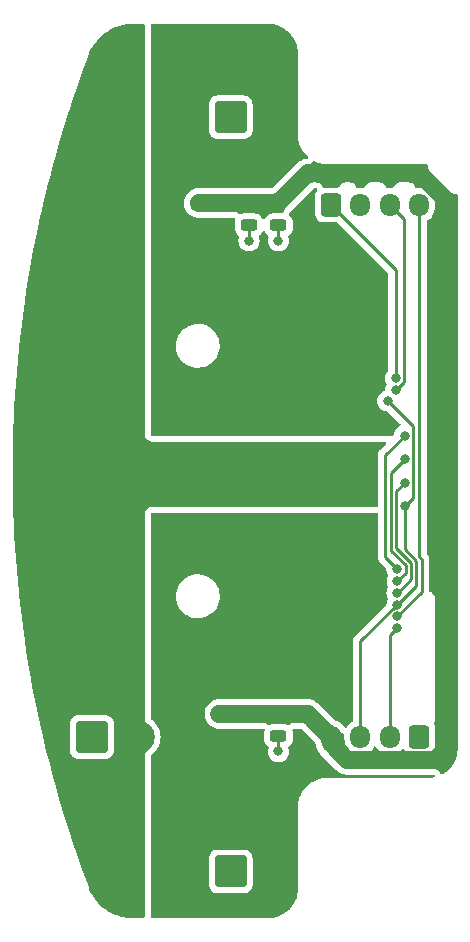
<source format=gbr>
%TF.GenerationSoftware,KiCad,Pcbnew,7.0.6*%
%TF.CreationDate,2024-02-11T17:46:38+09:00*%
%TF.ProjectId,MotorDriver_DRV8874_20240201,4d6f746f-7244-4726-9976-65725f445256,rev?*%
%TF.SameCoordinates,Original*%
%TF.FileFunction,Copper,L2,Bot*%
%TF.FilePolarity,Positive*%
%FSLAX46Y46*%
G04 Gerber Fmt 4.6, Leading zero omitted, Abs format (unit mm)*
G04 Created by KiCad (PCBNEW 7.0.6) date 2024-02-11 17:46:38*
%MOMM*%
%LPD*%
G01*
G04 APERTURE LIST*
G04 Aperture macros list*
%AMRoundRect*
0 Rectangle with rounded corners*
0 $1 Rounding radius*
0 $2 $3 $4 $5 $6 $7 $8 $9 X,Y pos of 4 corners*
0 Add a 4 corners polygon primitive as box body*
4,1,4,$2,$3,$4,$5,$6,$7,$8,$9,$2,$3,0*
0 Add four circle primitives for the rounded corners*
1,1,$1+$1,$2,$3*
1,1,$1+$1,$4,$5*
1,1,$1+$1,$6,$7*
1,1,$1+$1,$8,$9*
0 Add four rect primitives between the rounded corners*
20,1,$1+$1,$2,$3,$4,$5,0*
20,1,$1+$1,$4,$5,$6,$7,0*
20,1,$1+$1,$6,$7,$8,$9,0*
20,1,$1+$1,$8,$9,$2,$3,0*%
G04 Aperture macros list end*
%TA.AperFunction,ComponentPad*%
%ADD10RoundRect,0.250001X1.099999X-1.099999X1.099999X1.099999X-1.099999X1.099999X-1.099999X-1.099999X0*%
%TD*%
%TA.AperFunction,ComponentPad*%
%ADD11C,2.700000*%
%TD*%
%TA.AperFunction,ComponentPad*%
%ADD12RoundRect,0.250000X-0.600000X-0.725000X0.600000X-0.725000X0.600000X0.725000X-0.600000X0.725000X0*%
%TD*%
%TA.AperFunction,ComponentPad*%
%ADD13O,1.700000X1.950000*%
%TD*%
%TA.AperFunction,ComponentPad*%
%ADD14RoundRect,0.250000X0.600000X0.725000X-0.600000X0.725000X-0.600000X-0.725000X0.600000X-0.725000X0*%
%TD*%
%TA.AperFunction,ComponentPad*%
%ADD15RoundRect,0.250001X-1.099999X-1.099999X1.099999X-1.099999X1.099999X1.099999X-1.099999X1.099999X0*%
%TD*%
%TA.AperFunction,SMDPad,CuDef*%
%ADD16RoundRect,0.243750X-0.456250X0.243750X-0.456250X-0.243750X0.456250X-0.243750X0.456250X0.243750X0*%
%TD*%
%TA.AperFunction,ViaPad*%
%ADD17C,0.800000*%
%TD*%
%TA.AperFunction,Conductor*%
%ADD18C,1.500000*%
%TD*%
%TA.AperFunction,Conductor*%
%ADD19C,0.250000*%
%TD*%
G04 APERTURE END LIST*
D10*
%TO.P,M2,1,Pin_1*%
%TO.N,OUT1-2*%
X96452585Y-128342867D03*
D11*
%TO.P,M2,2,Pin_2*%
%TO.N,OUT2-2*%
X96452585Y-124382867D03*
%TD*%
D12*
%TO.P,J4,1,Pin_1*%
%TO.N,PH-1*%
X104925000Y-71912500D03*
D13*
%TO.P,J4,2,Pin_2*%
%TO.N,unconnected-(J4-Pin_2-Pad2)*%
X107425000Y-71912500D03*
%TO.P,J4,3,Pin_3*%
%TO.N,EN-1*%
X109925000Y-71912500D03*
%TO.P,J4,4,Pin_4*%
%TO.N,PH-2*%
X112425000Y-71912500D03*
%TD*%
D14*
%TO.P,J5,1,Pin_1*%
%TO.N,unconnected-(J5-Pin_1-Pad1)*%
X112425000Y-116962500D03*
D13*
%TO.P,J5,2,Pin_2*%
%TO.N,EN-2*%
X109925000Y-116962500D03*
%TO.P,J5,3,Pin_3*%
%TO.N,SLEEP-1*%
X107425000Y-116962500D03*
%TO.P,J5,4,Pin_4*%
%TO.N,GND*%
X104925000Y-116962500D03*
%TD*%
D15*
%TO.P,VIN,1,Pin_1*%
%TO.N,VIN*%
X84695000Y-116962133D03*
D11*
%TO.P,VIN,2,Pin_2*%
%TO.N,GND*%
X88655000Y-116962133D03*
%TD*%
D10*
%TO.P,M1,1,Pin_1*%
%TO.N,OUT1-1*%
X96452585Y-64492133D03*
D11*
%TO.P,M1,2,Pin_2*%
%TO.N,OUT2-1*%
X96452585Y-60532133D03*
%TD*%
D16*
%TO.P,PWR,1,K*%
%TO.N,GND*%
X100500000Y-115000000D03*
%TO.P,PWR,2,A*%
%TO.N,Net-(D2-A)*%
X100500000Y-116875000D03*
%TD*%
%TO.P,M2,1,K*%
%TO.N,GND*%
X100500000Y-71750000D03*
%TO.P,M2,2,A*%
%TO.N,Net-(D4-A)*%
X100500000Y-73625000D03*
%TD*%
%TO.P,M1,1,K*%
%TO.N,GND*%
X98000000Y-71750000D03*
%TO.P,M1,2,A*%
%TO.N,Net-(D3-A)*%
X98000000Y-73625000D03*
%TD*%
D17*
%TO.N,GND*%
X114500000Y-89937500D03*
X95500000Y-115000000D03*
X85500000Y-94437500D03*
X87750000Y-71750000D03*
X93750000Y-71750000D03*
%TO.N,Net-(D2-A)*%
X100500000Y-118187500D03*
%TO.N,Net-(D3-A)*%
X98000000Y-74937500D03*
%TO.N,Net-(D4-A)*%
X100500000Y-74937500D03*
%TO.N,PH-1*%
X110425000Y-86587133D03*
%TO.N,EN-1*%
X110425000Y-87587133D03*
%TO.N,PH-2*%
X110537500Y-106747861D03*
%TO.N,EN-2*%
X110537500Y-107747364D03*
%TO.N,OUT2-1*%
X104812500Y-79337133D03*
X99812500Y-82337133D03*
X100812500Y-81337133D03*
X102812500Y-79337133D03*
X98812500Y-78337133D03*
X104812500Y-78337133D03*
X98812500Y-79337133D03*
X98812500Y-81337133D03*
X101812500Y-80337133D03*
X103812500Y-80337133D03*
X102812500Y-80337133D03*
X100812500Y-82337133D03*
X103812500Y-78337133D03*
X99812500Y-79337133D03*
X99812500Y-78337133D03*
X97812500Y-80337133D03*
X104812500Y-80337133D03*
X97812500Y-78337133D03*
X97812500Y-81337133D03*
X98812500Y-80337133D03*
X99812500Y-81337133D03*
X97812500Y-79337133D03*
X100812500Y-78337133D03*
X100812500Y-80337133D03*
X102812500Y-78337133D03*
X100812500Y-79337133D03*
X101812500Y-78337133D03*
X99812500Y-80337133D03*
X103812500Y-79337133D03*
X98812500Y-82337133D03*
X101812500Y-79337133D03*
X97812500Y-82337133D03*
%TO.N,OUT2-2*%
X103812500Y-99337133D03*
X102812500Y-99337133D03*
X97812500Y-103337133D03*
X100812500Y-103337133D03*
X98812500Y-102337133D03*
X104812500Y-99337133D03*
X104812500Y-101337133D03*
X100812500Y-99337133D03*
X97812500Y-99337133D03*
X102812500Y-101337133D03*
X100812500Y-100337133D03*
X101812500Y-101337133D03*
X97812500Y-100337133D03*
X100812500Y-102337133D03*
X98812500Y-101337133D03*
X99812500Y-101337133D03*
X98812500Y-103337133D03*
X104812500Y-100337133D03*
X98812500Y-100337133D03*
X98812500Y-99337133D03*
X99812500Y-103337133D03*
X99812500Y-100337133D03*
X97812500Y-101337133D03*
X101812500Y-99337133D03*
X102812500Y-100337133D03*
X99812500Y-99337133D03*
X99812500Y-102337133D03*
X101812500Y-100337133D03*
X103812500Y-101337133D03*
X100812500Y-101337133D03*
X103812500Y-100337133D03*
X97812500Y-102337133D03*
%TO.N,Net-(U2-IPROPI)*%
X111175000Y-93437500D03*
X110549799Y-103749432D03*
%TO.N,SLEEP-1*%
X109750000Y-88500000D03*
X110537502Y-105748359D03*
X111175000Y-97437500D03*
%TO.N,VREF-2*%
X110537354Y-104748857D03*
X111175000Y-95437500D03*
%TO.N,IMODE-2*%
X111175000Y-91437500D03*
X110537500Y-102737133D03*
%TD*%
D18*
%TO.N,GND*%
X112433084Y-69250000D02*
X114500000Y-71316916D01*
X104925000Y-116962500D02*
X102962500Y-115000000D01*
X100500000Y-71750000D02*
X103000000Y-69250000D01*
X114500000Y-71316916D02*
X114500000Y-89937500D01*
X103000000Y-69250000D02*
X112433084Y-69250000D01*
X102962500Y-115000000D02*
X100500000Y-115000000D01*
X98000000Y-71750000D02*
X93750000Y-71750000D01*
X113757624Y-118887500D02*
X106325862Y-118887500D01*
X114500000Y-89937500D02*
X114500000Y-118145124D01*
X114500000Y-118145124D02*
X113757624Y-118887500D01*
X100500000Y-115000000D02*
X95500000Y-115000000D01*
X98000000Y-71750000D02*
X100500000Y-71750000D01*
X106325862Y-118887500D02*
X104925000Y-117486638D01*
X104925000Y-117486638D02*
X104925000Y-116962500D01*
D19*
%TO.N,Net-(D2-A)*%
X100500000Y-118187500D02*
X100500000Y-116875000D01*
%TO.N,Net-(D3-A)*%
X98000000Y-74937500D02*
X98000000Y-73625000D01*
%TO.N,Net-(D4-A)*%
X100500000Y-74937500D02*
X100500000Y-73625000D01*
%TO.N,PH-1*%
X110425000Y-77412500D02*
X104925000Y-71912500D01*
X110425000Y-86587133D02*
X110425000Y-77412500D01*
%TO.N,EN-1*%
X110425000Y-87587133D02*
X110450305Y-87587133D01*
X111150000Y-73137500D02*
X109925000Y-71912500D01*
X110450305Y-87587133D02*
X111150000Y-86887438D01*
X111150000Y-86887438D02*
X111150000Y-73137500D01*
%TO.N,PH-2*%
X110563305Y-106747861D02*
X110537500Y-106747861D01*
X112425000Y-71912500D02*
X112425000Y-101690140D01*
X112425000Y-101690140D02*
X112612500Y-101877640D01*
X112612500Y-104698666D02*
X110563305Y-106747861D01*
X112612500Y-101877640D02*
X112612500Y-104698666D01*
%TO.N,EN-2*%
X109925000Y-108359864D02*
X110537500Y-107747364D01*
X109925000Y-116962500D02*
X109925000Y-108359864D01*
%TO.N,Net-(U2-IPROPI)*%
X110000000Y-101174328D02*
X110000000Y-94612500D01*
X111262500Y-102436828D02*
X110000000Y-101174328D01*
X110549799Y-103749432D02*
X111262500Y-103036731D01*
X110000000Y-94612500D02*
X111175000Y-93437500D01*
X111262500Y-103036731D02*
X111262500Y-102436828D01*
%TO.N,SLEEP-1*%
X109750000Y-88500000D02*
X111900000Y-90650000D01*
X110537502Y-105748359D02*
X110537502Y-105737135D01*
X112162500Y-102064036D02*
X112162500Y-104149016D01*
X110537502Y-105737135D02*
X110537500Y-105737133D01*
X112162500Y-104149016D02*
X110563157Y-105748359D01*
X111900000Y-90650000D02*
X111900000Y-96712500D01*
X110511697Y-105748359D02*
X110537502Y-105748359D01*
X111900000Y-96712500D02*
X111175000Y-97437500D01*
X111175000Y-101076536D02*
X112162500Y-102064036D01*
X107425000Y-116962500D02*
X107425000Y-108835056D01*
X107425000Y-108835056D02*
X110511697Y-105748359D01*
X111175000Y-97437500D02*
X111175000Y-101076536D01*
X110563157Y-105748359D02*
X110537502Y-105748359D01*
%TO.N,VREF-2*%
X111712500Y-102250432D02*
X110450000Y-100987932D01*
X110450000Y-100987932D02*
X110450000Y-96162500D01*
X110575679Y-104748857D02*
X111712500Y-103612036D01*
X111712500Y-103612036D02*
X111712500Y-102250432D01*
X110450000Y-96162500D02*
X111175000Y-95437500D01*
X110537354Y-104748857D02*
X110575679Y-104748857D01*
%TO.N,IMODE-2*%
X109550000Y-101749633D02*
X109550000Y-93062500D01*
X110537500Y-102737133D02*
X109550000Y-101749633D01*
X109550000Y-93062500D02*
X111175000Y-91437500D01*
%TD*%
%TA.AperFunction,Conductor*%
%TO.N,OUT2-2*%
G36*
X108867539Y-97981818D02*
G01*
X108913294Y-98034622D01*
X108924500Y-98086133D01*
X108924500Y-101666888D01*
X108922775Y-101682505D01*
X108923061Y-101682532D01*
X108922326Y-101690298D01*
X108924500Y-101759447D01*
X108924500Y-101788976D01*
X108924501Y-101788993D01*
X108925368Y-101795864D01*
X108925826Y-101801683D01*
X108927290Y-101848257D01*
X108927291Y-101848260D01*
X108932880Y-101867500D01*
X108936824Y-101886544D01*
X108939336Y-101906425D01*
X108955278Y-101946690D01*
X108956490Y-101949752D01*
X108958382Y-101955280D01*
X108971381Y-102000021D01*
X108981580Y-102017267D01*
X108990138Y-102034736D01*
X108997514Y-102053365D01*
X109024898Y-102091056D01*
X109028106Y-102095940D01*
X109051827Y-102136049D01*
X109051833Y-102136057D01*
X109065990Y-102150213D01*
X109078628Y-102165009D01*
X109090405Y-102181219D01*
X109090406Y-102181220D01*
X109126309Y-102210921D01*
X109130620Y-102214843D01*
X109567960Y-102652184D01*
X109598538Y-102682762D01*
X109632023Y-102744085D01*
X109634178Y-102757481D01*
X109642468Y-102836360D01*
X109651826Y-102925389D01*
X109651827Y-102925392D01*
X109710318Y-103105410D01*
X109710321Y-103105417D01*
X109760271Y-103191932D01*
X109776744Y-103259832D01*
X109760272Y-103315931D01*
X109722619Y-103381148D01*
X109687233Y-103490057D01*
X109664125Y-103561176D01*
X109644339Y-103749432D01*
X109664125Y-103937688D01*
X109664126Y-103937691D01*
X109722617Y-104117709D01*
X109722620Y-104117716D01*
X109756481Y-104176365D01*
X109772954Y-104244266D01*
X109756482Y-104300364D01*
X109710174Y-104380572D01*
X109651681Y-104560597D01*
X109651680Y-104560601D01*
X109640269Y-104669173D01*
X109631996Y-104747891D01*
X109631894Y-104748857D01*
X109651680Y-104937113D01*
X109651681Y-104937116D01*
X109710172Y-105117134D01*
X109710175Y-105117141D01*
X109750355Y-105186735D01*
X109766828Y-105254636D01*
X109750356Y-105310734D01*
X109710322Y-105380075D01*
X109651829Y-105560098D01*
X109651829Y-105560099D01*
X109651828Y-105560103D01*
X109645229Y-105622884D01*
X109637210Y-105699175D01*
X109610625Y-105763789D01*
X109601570Y-105773893D01*
X107041208Y-108334255D01*
X107028951Y-108344076D01*
X107029134Y-108344297D01*
X107023123Y-108349269D01*
X106975772Y-108399692D01*
X106954889Y-108420575D01*
X106954877Y-108420588D01*
X106950621Y-108426073D01*
X106946837Y-108430503D01*
X106914937Y-108464474D01*
X106914936Y-108464476D01*
X106905284Y-108482032D01*
X106894610Y-108498282D01*
X106882329Y-108514117D01*
X106882324Y-108514124D01*
X106863815Y-108556894D01*
X106861245Y-108562140D01*
X106838803Y-108602962D01*
X106833822Y-108622363D01*
X106827521Y-108640766D01*
X106819562Y-108659158D01*
X106819561Y-108659161D01*
X106812271Y-108705183D01*
X106811087Y-108710902D01*
X106799501Y-108756028D01*
X106799500Y-108756038D01*
X106799500Y-108776072D01*
X106797973Y-108795471D01*
X106794840Y-108815250D01*
X106794840Y-108815251D01*
X106799225Y-108861639D01*
X106799500Y-108867477D01*
X106799500Y-115562273D01*
X106779815Y-115629312D01*
X106746623Y-115663848D01*
X106553597Y-115799005D01*
X106386508Y-115966094D01*
X106276574Y-116123096D01*
X106221997Y-116166721D01*
X106152498Y-116173913D01*
X106090144Y-116142391D01*
X106073424Y-116123095D01*
X105963494Y-115966097D01*
X105796402Y-115799006D01*
X105796395Y-115799001D01*
X105602834Y-115663467D01*
X105602830Y-115663465D01*
X105550500Y-115639063D01*
X105388663Y-115563597D01*
X105388659Y-115563596D01*
X105388657Y-115563595D01*
X105292222Y-115537755D01*
X105236635Y-115505661D01*
X103898856Y-114167882D01*
X103894219Y-114162693D01*
X103870007Y-114132332D01*
X103818531Y-114087359D01*
X103815497Y-114084523D01*
X103807029Y-114076055D01*
X103774681Y-114049049D01*
X103700496Y-113984235D01*
X103696741Y-113981991D01*
X103680873Y-113970732D01*
X103677519Y-113967932D01*
X103677518Y-113967931D01*
X103677513Y-113967927D01*
X103610114Y-113929685D01*
X103591840Y-113919316D01*
X103507264Y-113868785D01*
X103507261Y-113868783D01*
X103503169Y-113867248D01*
X103485544Y-113859002D01*
X103481745Y-113856846D01*
X103388753Y-113824307D01*
X103296529Y-113789694D01*
X103296519Y-113789691D01*
X103292223Y-113788912D01*
X103273418Y-113783949D01*
X103269284Y-113782502D01*
X103269279Y-113782501D01*
X103171972Y-113767089D01*
X103075050Y-113749500D01*
X103075047Y-113749500D01*
X103070672Y-113749500D01*
X103051269Y-113747972D01*
X103046960Y-113747289D01*
X102948478Y-113749500D01*
X100612547Y-113749500D01*
X95443845Y-113749500D01*
X95405399Y-113752960D01*
X95275813Y-113764622D01*
X95275807Y-113764623D01*
X95058839Y-113824503D01*
X95058826Y-113824508D01*
X94856033Y-113922167D01*
X94856025Y-113922171D01*
X94673927Y-114054473D01*
X94673925Y-114054474D01*
X94518366Y-114217176D01*
X94394363Y-114405033D01*
X94305899Y-114612004D01*
X94305895Y-114612017D01*
X94255810Y-114831457D01*
X94255808Y-114831468D01*
X94245710Y-115056325D01*
X94245710Y-115056330D01*
X94275925Y-115279387D01*
X94275926Y-115279390D01*
X94345483Y-115493465D01*
X94452146Y-115691678D01*
X94452148Y-115691681D01*
X94592489Y-115867663D01*
X94592491Y-115867664D01*
X94592492Y-115867666D01*
X94762004Y-116015765D01*
X94955236Y-116131215D01*
X95115716Y-116191444D01*
X95165976Y-116210307D01*
X95387450Y-116250500D01*
X95387453Y-116250500D01*
X99214150Y-116250500D01*
X99281189Y-116270185D01*
X99326944Y-116322989D01*
X99336888Y-116392147D01*
X99331856Y-116413504D01*
X99309913Y-116479723D01*
X99299500Y-116581644D01*
X99299500Y-117168355D01*
X99309913Y-117270276D01*
X99364637Y-117435422D01*
X99364642Y-117435433D01*
X99455971Y-117583499D01*
X99455974Y-117583503D01*
X99578996Y-117706525D01*
X99579001Y-117706529D01*
X99604705Y-117722383D01*
X99651431Y-117774330D01*
X99662654Y-117843292D01*
X99657541Y-117866240D01*
X99625405Y-117965146D01*
X99614326Y-117999244D01*
X99600466Y-118131121D01*
X99595639Y-118177048D01*
X99594540Y-118187500D01*
X99614326Y-118375756D01*
X99614327Y-118375759D01*
X99672818Y-118555777D01*
X99672821Y-118555784D01*
X99767467Y-118719716D01*
X99893908Y-118860143D01*
X99894129Y-118860388D01*
X100047265Y-118971648D01*
X100047270Y-118971651D01*
X100220192Y-119048642D01*
X100220197Y-119048644D01*
X100405354Y-119088000D01*
X100405355Y-119088000D01*
X100594644Y-119088000D01*
X100594646Y-119088000D01*
X100779803Y-119048644D01*
X100952730Y-118971651D01*
X101105871Y-118860388D01*
X101232533Y-118719716D01*
X101327179Y-118555784D01*
X101385674Y-118375756D01*
X101405460Y-118187500D01*
X101385674Y-117999244D01*
X101342457Y-117866239D01*
X101340463Y-117796399D01*
X101376543Y-117736566D01*
X101395294Y-117722383D01*
X101414032Y-117710826D01*
X101421003Y-117706526D01*
X101544026Y-117583503D01*
X101635362Y-117435425D01*
X101690087Y-117270275D01*
X101700500Y-117168348D01*
X101700500Y-116581652D01*
X101690087Y-116479725D01*
X101668144Y-116413504D01*
X101665742Y-116343675D01*
X101701474Y-116283634D01*
X101763995Y-116252441D01*
X101785850Y-116250500D01*
X102393164Y-116250500D01*
X102460203Y-116270185D01*
X102480845Y-116286819D01*
X103593162Y-117399137D01*
X103625255Y-117454723D01*
X103651097Y-117551162D01*
X103670442Y-117592648D01*
X103681779Y-117636711D01*
X103684903Y-117683045D01*
X103684903Y-117683050D01*
X103685972Y-117687290D01*
X103689230Y-117706462D01*
X103689623Y-117710828D01*
X103715835Y-117805803D01*
X103739903Y-117901319D01*
X103741715Y-117905308D01*
X103748340Y-117923582D01*
X103749504Y-117927800D01*
X103749507Y-117927808D01*
X103792253Y-118016573D01*
X103832993Y-118106264D01*
X103832994Y-118106267D01*
X103835483Y-118109859D01*
X103845269Y-118126664D01*
X103847166Y-118130603D01*
X103847174Y-118130617D01*
X103905078Y-118210314D01*
X103961180Y-118291293D01*
X103964273Y-118294386D01*
X103976907Y-118309177D01*
X103979478Y-118312716D01*
X103979481Y-118312719D01*
X104050679Y-118380791D01*
X105389504Y-119719616D01*
X105394141Y-119724804D01*
X105418354Y-119755166D01*
X105469829Y-119800139D01*
X105472862Y-119802974D01*
X105481333Y-119811445D01*
X105481337Y-119811449D01*
X105481341Y-119811452D01*
X105513679Y-119838449D01*
X105587863Y-119903263D01*
X105591612Y-119905503D01*
X105607486Y-119916765D01*
X105610843Y-119919568D01*
X105696521Y-119968183D01*
X105781098Y-120018715D01*
X105785189Y-120020250D01*
X105802817Y-120028496D01*
X105806617Y-120030653D01*
X105899039Y-120062993D01*
X105899608Y-120063192D01*
X105988792Y-120096664D01*
X105991838Y-120097807D01*
X105994427Y-120098276D01*
X105996136Y-120098587D01*
X106014951Y-120103553D01*
X106019079Y-120104998D01*
X106116388Y-120120409D01*
X106116389Y-120120410D01*
X106213312Y-120138000D01*
X106213315Y-120138000D01*
X106217690Y-120138000D01*
X106237093Y-120139528D01*
X106238800Y-120139797D01*
X106241402Y-120140210D01*
X106339864Y-120138000D01*
X113617275Y-120138000D01*
X113684314Y-120157685D01*
X113730069Y-120210489D01*
X113740013Y-120279647D01*
X113710988Y-120343203D01*
X113652210Y-120380977D01*
X113641463Y-120383618D01*
X113622106Y-120387468D01*
X113488788Y-120411895D01*
X113481661Y-120412778D01*
X113267500Y-120426807D01*
X113177406Y-120432254D01*
X113173664Y-120432367D01*
X104667137Y-120432367D01*
X104665870Y-120431995D01*
X104662232Y-120432234D01*
X104658170Y-120432367D01*
X104640511Y-120432367D01*
X104640321Y-120432385D01*
X104501333Y-120432390D01*
X104316656Y-120454821D01*
X104313242Y-120455140D01*
X104237891Y-120460087D01*
X104219040Y-120466678D01*
X104201050Y-120468863D01*
X104201040Y-120468865D01*
X103985104Y-120522095D01*
X103982363Y-120522705D01*
X103923419Y-120534432D01*
X103911872Y-120540148D01*
X103907339Y-120541265D01*
X103907329Y-120541268D01*
X103651801Y-120638185D01*
X103627603Y-120646399D01*
X103627814Y-120646800D01*
X103624499Y-120648539D01*
X103624496Y-120648541D01*
X103356648Y-120789124D01*
X103356637Y-120789130D01*
X103353439Y-120791064D01*
X103353397Y-120790995D01*
X103352254Y-120791667D01*
X103350467Y-120793389D01*
X103107693Y-120960967D01*
X103092723Y-120974229D01*
X103092015Y-120974774D01*
X103091784Y-120975061D01*
X102908512Y-121137425D01*
X102908512Y-121137426D01*
X102881286Y-121161545D01*
X102881274Y-121161558D01*
X102857150Y-121188788D01*
X102857144Y-121188793D01*
X102694765Y-121372079D01*
X102694556Y-121372209D01*
X102693940Y-121373009D01*
X102680677Y-121387979D01*
X102680671Y-121387987D01*
X102513102Y-121630747D01*
X102511818Y-121631787D01*
X102510703Y-121633685D01*
X102510771Y-121633726D01*
X102508834Y-121636929D01*
X102366507Y-121908096D01*
X102366106Y-121907885D01*
X102357886Y-121932098D01*
X102260971Y-122187620D01*
X102259853Y-122192155D01*
X102254662Y-122201066D01*
X102242413Y-122262635D01*
X102241803Y-122265377D01*
X102188568Y-122481324D01*
X102186382Y-122499322D01*
X102180058Y-122514012D01*
X102174841Y-122593548D01*
X102174521Y-122596966D01*
X102152091Y-122781616D01*
X102152085Y-122932767D01*
X102152085Y-122938437D01*
X102151952Y-122942496D01*
X102151629Y-122947414D01*
X102152085Y-122949877D01*
X102152085Y-129790995D01*
X102151972Y-129794736D01*
X102146169Y-129890740D01*
X102132492Y-130099393D01*
X102131609Y-130106517D01*
X102106982Y-130240936D01*
X102073623Y-130408676D01*
X102072006Y-130415029D01*
X102028908Y-130553358D01*
X101976389Y-130708088D01*
X101974216Y-130713607D01*
X101913330Y-130848903D01*
X101842306Y-130992933D01*
X101839757Y-130997588D01*
X101762776Y-131124935D01*
X101761269Y-131127306D01*
X101673493Y-131258675D01*
X101670747Y-131262468D01*
X101578502Y-131380213D01*
X101576310Y-131382857D01*
X101472545Y-131501180D01*
X101469770Y-131504142D01*
X101363851Y-131610061D01*
X101360890Y-131612835D01*
X101242573Y-131716596D01*
X101239929Y-131718788D01*
X101122189Y-131811031D01*
X101118396Y-131813778D01*
X100987012Y-131901565D01*
X100984641Y-131903073D01*
X100857296Y-131980053D01*
X100852641Y-131982601D01*
X100708623Y-132053621D01*
X100573341Y-132114503D01*
X100567822Y-132116676D01*
X100413054Y-132169209D01*
X100297756Y-132205134D01*
X100274754Y-132212301D01*
X100268406Y-132213917D01*
X100240432Y-132219480D01*
X100100652Y-132247279D01*
X99966245Y-132271904D01*
X99959118Y-132272787D01*
X99748046Y-132286614D01*
X99654744Y-132292254D01*
X99651003Y-132292367D01*
X89799000Y-132292367D01*
X89731961Y-132272682D01*
X89686206Y-132219878D01*
X89675000Y-132168367D01*
X89675000Y-129492882D01*
X94602085Y-129492882D01*
X94612585Y-129595662D01*
X94612586Y-129595663D01*
X94667771Y-129762202D01*
X94667772Y-129762204D01*
X94759871Y-129911518D01*
X94759874Y-129911522D01*
X94883929Y-130035577D01*
X94883933Y-130035580D01*
X95033247Y-130127679D01*
X95033249Y-130127680D01*
X95033251Y-130127681D01*
X95199788Y-130182866D01*
X95302577Y-130193367D01*
X95302582Y-130193367D01*
X97602588Y-130193367D01*
X97602593Y-130193367D01*
X97705382Y-130182866D01*
X97871919Y-130127681D01*
X98021240Y-130035578D01*
X98145296Y-129911522D01*
X98237399Y-129762201D01*
X98292584Y-129595664D01*
X98303085Y-129492875D01*
X98303085Y-127192859D01*
X98292584Y-127090070D01*
X98237399Y-126923533D01*
X98145296Y-126774212D01*
X98021240Y-126650156D01*
X98021236Y-126650153D01*
X97871922Y-126558054D01*
X97871920Y-126558053D01*
X97788650Y-126530460D01*
X97705382Y-126502868D01*
X97705380Y-126502867D01*
X97602600Y-126492367D01*
X97602593Y-126492367D01*
X95302577Y-126492367D01*
X95302569Y-126492367D01*
X95199789Y-126502867D01*
X95199788Y-126502868D01*
X95033249Y-126558053D01*
X95033247Y-126558054D01*
X94883933Y-126650153D01*
X94883929Y-126650156D01*
X94759874Y-126774211D01*
X94759871Y-126774215D01*
X94667772Y-126923529D01*
X94667771Y-126923531D01*
X94612586Y-127090070D01*
X94612585Y-127090071D01*
X94602085Y-127192851D01*
X94602085Y-129492882D01*
X89675000Y-129492882D01*
X89675000Y-118572200D01*
X89694685Y-118505161D01*
X89724684Y-118472938D01*
X89869915Y-118364220D01*
X90057087Y-118177048D01*
X90215716Y-117965144D01*
X90342574Y-117732822D01*
X90435077Y-117484811D01*
X90491343Y-117226159D01*
X90510227Y-116962133D01*
X90491343Y-116698107D01*
X90435077Y-116439455D01*
X90342574Y-116191444D01*
X90333001Y-116173913D01*
X90215719Y-115959127D01*
X90215714Y-115959119D01*
X90057093Y-115747225D01*
X90057077Y-115747207D01*
X89869925Y-115560055D01*
X89869919Y-115560050D01*
X89869915Y-115560046D01*
X89818104Y-115521261D01*
X89724689Y-115451330D01*
X89682818Y-115395396D01*
X89675000Y-115352063D01*
X89675000Y-105105263D01*
X91816477Y-105105263D01*
X91846103Y-105374513D01*
X91846105Y-105374524D01*
X91894621Y-105560100D01*
X91914618Y-105636588D01*
X92020560Y-105885890D01*
X92092688Y-106004075D01*
X92161669Y-106117105D01*
X92161676Y-106117115D01*
X92334943Y-106325319D01*
X92334949Y-106325324D01*
X92536688Y-106506082D01*
X92762600Y-106655544D01*
X93007866Y-106770520D01*
X93007873Y-106770522D01*
X93007875Y-106770523D01*
X93267247Y-106848557D01*
X93267254Y-106848558D01*
X93267259Y-106848560D01*
X93535251Y-106888000D01*
X93535256Y-106888000D01*
X93738326Y-106888000D01*
X93789823Y-106884230D01*
X93940846Y-106873177D01*
X94053448Y-106848093D01*
X94205236Y-106814282D01*
X94205238Y-106814281D01*
X94205243Y-106814280D01*
X94458248Y-106717514D01*
X94694467Y-106584941D01*
X94908867Y-106419388D01*
X95096876Y-106224381D01*
X95254489Y-106004079D01*
X95372836Y-105773893D01*
X95378339Y-105763190D01*
X95378341Y-105763184D01*
X95378346Y-105763175D01*
X95465808Y-105506805D01*
X95515009Y-105240433D01*
X95524902Y-104969735D01*
X95495276Y-104700482D01*
X95426762Y-104438412D01*
X95320820Y-104189110D01*
X95179708Y-103957890D01*
X95090437Y-103850619D01*
X95006436Y-103749680D01*
X95006430Y-103749675D01*
X94804692Y-103568918D01*
X94578782Y-103419457D01*
X94578780Y-103419456D01*
X94333514Y-103304480D01*
X94333509Y-103304478D01*
X94333504Y-103304476D01*
X94074132Y-103226442D01*
X94074118Y-103226439D01*
X93958481Y-103209421D01*
X93806129Y-103187000D01*
X93603059Y-103187000D01*
X93603054Y-103187000D01*
X93400534Y-103201823D01*
X93400521Y-103201825D01*
X93136143Y-103260717D01*
X93136136Y-103260720D01*
X92883129Y-103357487D01*
X92646916Y-103490057D01*
X92432512Y-103655612D01*
X92244512Y-103850609D01*
X92244506Y-103850616D01*
X92086892Y-104070919D01*
X92086889Y-104070924D01*
X91963040Y-104311809D01*
X91963033Y-104311827D01*
X91875574Y-104568185D01*
X91875571Y-104568199D01*
X91851139Y-104700475D01*
X91842203Y-104748856D01*
X91826371Y-104834568D01*
X91826370Y-104834575D01*
X91816477Y-105105263D01*
X89675000Y-105105263D01*
X89675000Y-98086133D01*
X89694685Y-98019094D01*
X89747489Y-97973339D01*
X89799000Y-97962133D01*
X108800500Y-97962133D01*
X108867539Y-97981818D01*
G37*
%TD.AperFunction*%
%TD*%
%TA.AperFunction,Conductor*%
%TO.N,OUT2-1*%
G36*
X99654453Y-56582746D02*
G01*
X99752806Y-56588694D01*
X99958818Y-56602185D01*
X99965926Y-56603066D01*
X100103024Y-56628189D01*
X100268073Y-56661019D01*
X100274409Y-56662632D01*
X100414395Y-56706253D01*
X100442456Y-56715778D01*
X100567465Y-56758213D01*
X100572958Y-56760375D01*
X100709536Y-56821844D01*
X100852267Y-56892232D01*
X100856894Y-56894765D01*
X100985311Y-56972396D01*
X100987633Y-56973872D01*
X101118006Y-57060985D01*
X101121774Y-57063715D01*
X101240414Y-57156663D01*
X101243036Y-57158838D01*
X101360456Y-57261813D01*
X101363418Y-57264587D01*
X101470124Y-57371295D01*
X101472899Y-57374257D01*
X101575865Y-57491668D01*
X101578056Y-57494312D01*
X101670992Y-57612936D01*
X101673739Y-57616729D01*
X101760810Y-57747042D01*
X101762317Y-57749412D01*
X101784535Y-57786164D01*
X101839943Y-57877822D01*
X101842478Y-57882452D01*
X101868626Y-57935475D01*
X101912870Y-58025197D01*
X101974321Y-58161739D01*
X101976494Y-58167258D01*
X102028445Y-58320300D01*
X102072069Y-58460302D01*
X102073686Y-58466655D01*
X102106524Y-58631748D01*
X102131632Y-58768770D01*
X102132516Y-58775896D01*
X102145871Y-58979681D01*
X102151971Y-59080562D01*
X102152084Y-59084305D01*
X102152085Y-65890752D01*
X102152066Y-65890816D01*
X102152066Y-65922475D01*
X102151436Y-65924618D01*
X102151934Y-65932212D01*
X102152066Y-65936262D01*
X102152068Y-66093380D01*
X102174488Y-66278005D01*
X102174807Y-66281427D01*
X102179744Y-66356800D01*
X102186350Y-66375692D01*
X102188534Y-66393672D01*
X102188535Y-66393680D01*
X102241761Y-66609621D01*
X102242371Y-66612362D01*
X102254101Y-66671325D01*
X102259814Y-66682863D01*
X102260930Y-66687390D01*
X102357833Y-66942899D01*
X102366062Y-66967138D01*
X102366464Y-66966928D01*
X102508788Y-67238100D01*
X102510725Y-67241304D01*
X102510656Y-67241345D01*
X102511330Y-67242492D01*
X102513053Y-67244279D01*
X102680631Y-67487053D01*
X102693890Y-67502019D01*
X102694436Y-67502727D01*
X102694723Y-67502959D01*
X102881231Y-67713482D01*
X102907518Y-67736770D01*
X102964762Y-67787484D01*
X103001889Y-67846673D01*
X103001121Y-67916539D01*
X102962703Y-67974898D01*
X102898832Y-68003223D01*
X102890877Y-68004018D01*
X102803590Y-68009903D01*
X102799349Y-68010972D01*
X102780176Y-68014230D01*
X102775808Y-68014623D01*
X102680834Y-68040835D01*
X102585319Y-68064902D01*
X102581322Y-68066718D01*
X102563059Y-68073339D01*
X102558834Y-68074505D01*
X102470064Y-68117253D01*
X102380369Y-68157995D01*
X102376775Y-68160486D01*
X102359971Y-68170271D01*
X102356031Y-68172168D01*
X102356028Y-68172170D01*
X102276323Y-68230078D01*
X102195349Y-68286177D01*
X102195343Y-68286182D01*
X102192239Y-68289286D01*
X102177465Y-68301903D01*
X102173928Y-68304473D01*
X102173921Y-68304478D01*
X102105846Y-68375679D01*
X100018345Y-70463181D01*
X99957022Y-70496666D01*
X99930664Y-70499500D01*
X98112547Y-70499500D01*
X93693845Y-70499500D01*
X93658445Y-70502686D01*
X93525813Y-70514622D01*
X93525807Y-70514623D01*
X93308839Y-70574503D01*
X93308826Y-70574508D01*
X93106033Y-70672167D01*
X93106025Y-70672171D01*
X92923927Y-70804473D01*
X92923925Y-70804474D01*
X92768366Y-70967176D01*
X92644363Y-71155033D01*
X92555899Y-71362004D01*
X92555895Y-71362017D01*
X92505810Y-71581457D01*
X92505808Y-71581468D01*
X92495710Y-71806325D01*
X92495710Y-71806330D01*
X92525925Y-72029387D01*
X92525926Y-72029390D01*
X92595483Y-72243465D01*
X92702146Y-72441678D01*
X92702148Y-72441681D01*
X92842489Y-72617663D01*
X92842491Y-72617664D01*
X92842492Y-72617666D01*
X93012004Y-72765765D01*
X93205236Y-72881215D01*
X93406714Y-72956831D01*
X93415976Y-72960307D01*
X93637450Y-73000500D01*
X93637453Y-73000500D01*
X96714150Y-73000500D01*
X96781189Y-73020185D01*
X96826944Y-73072989D01*
X96836888Y-73142147D01*
X96831856Y-73163504D01*
X96809913Y-73229723D01*
X96799500Y-73331644D01*
X96799500Y-73918355D01*
X96809913Y-74020276D01*
X96864637Y-74185422D01*
X96864642Y-74185433D01*
X96955971Y-74333499D01*
X96955974Y-74333503D01*
X97078996Y-74456525D01*
X97079001Y-74456529D01*
X97104705Y-74472383D01*
X97151431Y-74524330D01*
X97162654Y-74593292D01*
X97157541Y-74616240D01*
X97114327Y-74749240D01*
X97114326Y-74749244D01*
X97094540Y-74937500D01*
X97114326Y-75125756D01*
X97114327Y-75125759D01*
X97172818Y-75305777D01*
X97172821Y-75305784D01*
X97267467Y-75469716D01*
X97394128Y-75610388D01*
X97394129Y-75610388D01*
X97547265Y-75721648D01*
X97547270Y-75721651D01*
X97720192Y-75798642D01*
X97720197Y-75798644D01*
X97905354Y-75838000D01*
X97905355Y-75838000D01*
X98094644Y-75838000D01*
X98094646Y-75838000D01*
X98279803Y-75798644D01*
X98452730Y-75721651D01*
X98605871Y-75610388D01*
X98732533Y-75469716D01*
X98827179Y-75305784D01*
X98885674Y-75125756D01*
X98905460Y-74937500D01*
X98885674Y-74749244D01*
X98842457Y-74616239D01*
X98840463Y-74546399D01*
X98876543Y-74486566D01*
X98895294Y-74472383D01*
X98921001Y-74456527D01*
X98921000Y-74456527D01*
X98921003Y-74456526D01*
X99044026Y-74333503D01*
X99135362Y-74185425D01*
X99135366Y-74185412D01*
X99137616Y-74180590D01*
X99183787Y-74128149D01*
X99250980Y-74108995D01*
X99317862Y-74129208D01*
X99362384Y-74180590D01*
X99364636Y-74185420D01*
X99364638Y-74185425D01*
X99364640Y-74185429D01*
X99364641Y-74185430D01*
X99455971Y-74333499D01*
X99455974Y-74333503D01*
X99578996Y-74456525D01*
X99579001Y-74456529D01*
X99604705Y-74472383D01*
X99651431Y-74524330D01*
X99662654Y-74593292D01*
X99657541Y-74616240D01*
X99614327Y-74749240D01*
X99614326Y-74749244D01*
X99594540Y-74937500D01*
X99614326Y-75125756D01*
X99614327Y-75125759D01*
X99672818Y-75305777D01*
X99672821Y-75305784D01*
X99767467Y-75469716D01*
X99894128Y-75610388D01*
X99894129Y-75610388D01*
X100047265Y-75721648D01*
X100047270Y-75721651D01*
X100220192Y-75798642D01*
X100220197Y-75798644D01*
X100405354Y-75838000D01*
X100405355Y-75838000D01*
X100594644Y-75838000D01*
X100594646Y-75838000D01*
X100779803Y-75798644D01*
X100952730Y-75721651D01*
X101105871Y-75610388D01*
X101232533Y-75469716D01*
X101327179Y-75305784D01*
X101385674Y-75125756D01*
X101405460Y-74937500D01*
X101385674Y-74749244D01*
X101342457Y-74616239D01*
X101340463Y-74546399D01*
X101376543Y-74486566D01*
X101395294Y-74472383D01*
X101421001Y-74456527D01*
X101421000Y-74456527D01*
X101421003Y-74456526D01*
X101544026Y-74333503D01*
X101635362Y-74185425D01*
X101690087Y-74020275D01*
X101700500Y-73918348D01*
X101700500Y-73331652D01*
X101690087Y-73229725D01*
X101635362Y-73064575D01*
X101635358Y-73064569D01*
X101635357Y-73064566D01*
X101544028Y-72916500D01*
X101544025Y-72916496D01*
X101421006Y-72793477D01*
X101421003Y-72793474D01*
X101420999Y-72793471D01*
X101420844Y-72793349D01*
X101420761Y-72793232D01*
X101415896Y-72788367D01*
X101416727Y-72787535D01*
X101380466Y-72736328D01*
X101377326Y-72666529D01*
X101410070Y-72608402D01*
X103481654Y-70536819D01*
X103542978Y-70503334D01*
X103569336Y-70500500D01*
X103651270Y-70500500D01*
X103718309Y-70520185D01*
X103764064Y-70572989D01*
X103774008Y-70642147D01*
X103744983Y-70705703D01*
X103738951Y-70712181D01*
X103732289Y-70718842D01*
X103640187Y-70868163D01*
X103640185Y-70868168D01*
X103621450Y-70924706D01*
X103585001Y-71034703D01*
X103585001Y-71034704D01*
X103585000Y-71034704D01*
X103574500Y-71137483D01*
X103574500Y-72687501D01*
X103574501Y-72687518D01*
X103585000Y-72790296D01*
X103585001Y-72790299D01*
X103640185Y-72956831D01*
X103640186Y-72956834D01*
X103732288Y-73106156D01*
X103856344Y-73230212D01*
X104005666Y-73322314D01*
X104172203Y-73377499D01*
X104274991Y-73388000D01*
X105464547Y-73387999D01*
X105531586Y-73407684D01*
X105552228Y-73424318D01*
X109763181Y-77635271D01*
X109796666Y-77696594D01*
X109799500Y-77722952D01*
X109799500Y-85888445D01*
X109779815Y-85955484D01*
X109767650Y-85971417D01*
X109692466Y-86054917D01*
X109597821Y-86218848D01*
X109597818Y-86218855D01*
X109539327Y-86398873D01*
X109539326Y-86398877D01*
X109519540Y-86587133D01*
X109539326Y-86775389D01*
X109539327Y-86775392D01*
X109597818Y-86955410D01*
X109597820Y-86955414D01*
X109597821Y-86955417D01*
X109631890Y-87014426D01*
X109638072Y-87025134D01*
X109654543Y-87093034D01*
X109638072Y-87149132D01*
X109597820Y-87218851D01*
X109597818Y-87218855D01*
X109542781Y-87388244D01*
X109539326Y-87398877D01*
X109538158Y-87409993D01*
X109523742Y-87547148D01*
X109497157Y-87611763D01*
X109450858Y-87647465D01*
X109297267Y-87715850D01*
X109297265Y-87715851D01*
X109144129Y-87827111D01*
X109017466Y-87967785D01*
X108922821Y-88131715D01*
X108922818Y-88131722D01*
X108864327Y-88311740D01*
X108864326Y-88311744D01*
X108844540Y-88500000D01*
X108864326Y-88688256D01*
X108864327Y-88688259D01*
X108922818Y-88868277D01*
X108922821Y-88868284D01*
X109017467Y-89032216D01*
X109144128Y-89172887D01*
X109144129Y-89172888D01*
X109297265Y-89284148D01*
X109297270Y-89284151D01*
X109470192Y-89361142D01*
X109470197Y-89361144D01*
X109655354Y-89400500D01*
X109714548Y-89400500D01*
X109781587Y-89420185D01*
X109802229Y-89436819D01*
X110799843Y-90434433D01*
X110833328Y-90495756D01*
X110828344Y-90565448D01*
X110786472Y-90621381D01*
X110762599Y-90635393D01*
X110722267Y-90653350D01*
X110722265Y-90653351D01*
X110569129Y-90764611D01*
X110442466Y-90905285D01*
X110347821Y-91069215D01*
X110347818Y-91069222D01*
X110289325Y-91249245D01*
X110281249Y-91326094D01*
X110254665Y-91390709D01*
X110197368Y-91430694D01*
X110157928Y-91437133D01*
X89799000Y-91437133D01*
X89731961Y-91417448D01*
X89686206Y-91364644D01*
X89675000Y-91313133D01*
X89675000Y-83905263D01*
X91816495Y-83905263D01*
X91846121Y-84174513D01*
X91846123Y-84174524D01*
X91914634Y-84436582D01*
X91914636Y-84436588D01*
X92020578Y-84685890D01*
X92092706Y-84804075D01*
X92161687Y-84917105D01*
X92161694Y-84917115D01*
X92334961Y-85125319D01*
X92334967Y-85125324D01*
X92536706Y-85306082D01*
X92762618Y-85455544D01*
X93007884Y-85570520D01*
X93007891Y-85570522D01*
X93007893Y-85570523D01*
X93267265Y-85648557D01*
X93267272Y-85648558D01*
X93267277Y-85648560D01*
X93535269Y-85688000D01*
X93535274Y-85688000D01*
X93738344Y-85688000D01*
X93789841Y-85684230D01*
X93940864Y-85673177D01*
X94053466Y-85648093D01*
X94205254Y-85614282D01*
X94205256Y-85614281D01*
X94205261Y-85614280D01*
X94458266Y-85517514D01*
X94694485Y-85384941D01*
X94908885Y-85219388D01*
X95096894Y-85024381D01*
X95254507Y-84804079D01*
X95328495Y-84660169D01*
X95378357Y-84563190D01*
X95378359Y-84563184D01*
X95378364Y-84563175D01*
X95465826Y-84306805D01*
X95515027Y-84040433D01*
X95524920Y-83769735D01*
X95495294Y-83500482D01*
X95426780Y-83238412D01*
X95320838Y-82989110D01*
X95179726Y-82757890D01*
X95090455Y-82650619D01*
X95006454Y-82549680D01*
X95006448Y-82549675D01*
X94804710Y-82368918D01*
X94578800Y-82219457D01*
X94578798Y-82219456D01*
X94333532Y-82104480D01*
X94333527Y-82104478D01*
X94333522Y-82104476D01*
X94074150Y-82026442D01*
X94074136Y-82026439D01*
X93958499Y-82009421D01*
X93806147Y-81987000D01*
X93603077Y-81987000D01*
X93603072Y-81987000D01*
X93400552Y-82001823D01*
X93400539Y-82001825D01*
X93136161Y-82060717D01*
X93136154Y-82060720D01*
X92883147Y-82157487D01*
X92646934Y-82290057D01*
X92432530Y-82455612D01*
X92244530Y-82650609D01*
X92244524Y-82650616D01*
X92086910Y-82870919D01*
X92086907Y-82870924D01*
X91963058Y-83111809D01*
X91963051Y-83111827D01*
X91875592Y-83368185D01*
X91875589Y-83368199D01*
X91826389Y-83634568D01*
X91826388Y-83634575D01*
X91816495Y-83905263D01*
X89675000Y-83905263D01*
X89675000Y-65642148D01*
X94602085Y-65642148D01*
X94612585Y-65744928D01*
X94612586Y-65744929D01*
X94667771Y-65911468D01*
X94667772Y-65911470D01*
X94759871Y-66060784D01*
X94759874Y-66060788D01*
X94883929Y-66184843D01*
X94883933Y-66184846D01*
X95033247Y-66276945D01*
X95033249Y-66276946D01*
X95033251Y-66276947D01*
X95199788Y-66332132D01*
X95302577Y-66342633D01*
X95302582Y-66342633D01*
X97602588Y-66342633D01*
X97602593Y-66342633D01*
X97705382Y-66332132D01*
X97871919Y-66276947D01*
X98021240Y-66184844D01*
X98145296Y-66060788D01*
X98237399Y-65911467D01*
X98292584Y-65744930D01*
X98303085Y-65642141D01*
X98303085Y-63342125D01*
X98292584Y-63239336D01*
X98237399Y-63072799D01*
X98145296Y-62923478D01*
X98021240Y-62799422D01*
X98021236Y-62799419D01*
X97871922Y-62707320D01*
X97871920Y-62707319D01*
X97788650Y-62679726D01*
X97705382Y-62652134D01*
X97705380Y-62652133D01*
X97602600Y-62641633D01*
X97602593Y-62641633D01*
X95302577Y-62641633D01*
X95302569Y-62641633D01*
X95199789Y-62652133D01*
X95199788Y-62652134D01*
X95033249Y-62707319D01*
X95033247Y-62707320D01*
X94883933Y-62799419D01*
X94883929Y-62799422D01*
X94759874Y-62923477D01*
X94759871Y-62923481D01*
X94667772Y-63072795D01*
X94667771Y-63072797D01*
X94612586Y-63239336D01*
X94612585Y-63239337D01*
X94602085Y-63342117D01*
X94602085Y-65642148D01*
X89675000Y-65642148D01*
X89675000Y-56706633D01*
X89694685Y-56639594D01*
X89747489Y-56593839D01*
X89799000Y-56582633D01*
X99650709Y-56582633D01*
X99654453Y-56582746D01*
G37*
%TD.AperFunction*%
%TD*%
%TA.AperFunction,Conductor*%
%TO.N,GND*%
G36*
X89112539Y-56602318D02*
G01*
X89158294Y-56655122D01*
X89169500Y-56706632D01*
X89169500Y-56706633D01*
X89169500Y-65616393D01*
X89169500Y-83886754D01*
X89169500Y-91313133D01*
X89169501Y-91313142D01*
X89181052Y-91420583D01*
X89181054Y-91420595D01*
X89192260Y-91472105D01*
X89226383Y-91574630D01*
X89226386Y-91574636D01*
X89304171Y-91695670D01*
X89304179Y-91695681D01*
X89349923Y-91748473D01*
X89349926Y-91748476D01*
X89349930Y-91748480D01*
X89458664Y-91842700D01*
X89589541Y-91902471D01*
X89634357Y-91915630D01*
X89656575Y-91922155D01*
X89656580Y-91922156D01*
X89656584Y-91922157D01*
X89799000Y-91942633D01*
X109485914Y-91942633D01*
X109552953Y-91962318D01*
X109598708Y-92015122D01*
X109608652Y-92084280D01*
X109579627Y-92147836D01*
X109573595Y-92154314D01*
X109166208Y-92561699D01*
X109153951Y-92571520D01*
X109154134Y-92571741D01*
X109148123Y-92576713D01*
X109100772Y-92627136D01*
X109079889Y-92648019D01*
X109079877Y-92648032D01*
X109075621Y-92653517D01*
X109071837Y-92657947D01*
X109039937Y-92691918D01*
X109039936Y-92691920D01*
X109030284Y-92709476D01*
X109019610Y-92725726D01*
X109007329Y-92741561D01*
X109007324Y-92741568D01*
X108988815Y-92784338D01*
X108986245Y-92789584D01*
X108963803Y-92830406D01*
X108958822Y-92849807D01*
X108952521Y-92868210D01*
X108944562Y-92886602D01*
X108944561Y-92886605D01*
X108937271Y-92932627D01*
X108936087Y-92938346D01*
X108924501Y-92983472D01*
X108924500Y-92983482D01*
X108924500Y-93003516D01*
X108922973Y-93022915D01*
X108919840Y-93042694D01*
X108919840Y-93042695D01*
X108924225Y-93089083D01*
X108924500Y-93094921D01*
X108924500Y-97332633D01*
X108904815Y-97399672D01*
X108852011Y-97445427D01*
X108800500Y-97456633D01*
X89799000Y-97456633D01*
X89798991Y-97456633D01*
X89798990Y-97456634D01*
X89691549Y-97468185D01*
X89691537Y-97468187D01*
X89640027Y-97479393D01*
X89537502Y-97513516D01*
X89537496Y-97513519D01*
X89416462Y-97591304D01*
X89416451Y-97591312D01*
X89363659Y-97637056D01*
X89269433Y-97745797D01*
X89269430Y-97745801D01*
X89209664Y-97876667D01*
X89189978Y-97943708D01*
X89189976Y-97943713D01*
X89169500Y-98086134D01*
X89169500Y-115352062D01*
X89177531Y-115441811D01*
X89185349Y-115485144D01*
X89185350Y-115485148D01*
X89192148Y-115509928D01*
X89209187Y-115572043D01*
X89278144Y-115698332D01*
X89320008Y-115754256D01*
X89320012Y-115754260D01*
X89320013Y-115754262D01*
X89320014Y-115754263D01*
X89421752Y-115856002D01*
X89506980Y-115919803D01*
X89530934Y-115937735D01*
X89544305Y-115949321D01*
X89667817Y-116072834D01*
X89679402Y-116086205D01*
X89784054Y-116226005D01*
X89793619Y-116240887D01*
X89877331Y-116394191D01*
X89884681Y-116410286D01*
X89945714Y-116573924D01*
X89950698Y-116590899D01*
X89987824Y-116761564D01*
X89990342Y-116779076D01*
X90002802Y-116953286D01*
X90002802Y-116970978D01*
X89990342Y-117145188D01*
X89987824Y-117162700D01*
X89950698Y-117333365D01*
X89945714Y-117350340D01*
X89884679Y-117513985D01*
X89877329Y-117530079D01*
X89793628Y-117683364D01*
X89784063Y-117698247D01*
X89679389Y-117838075D01*
X89667803Y-117851446D01*
X89544313Y-117974936D01*
X89530944Y-117986521D01*
X89421745Y-118068267D01*
X89354706Y-118128488D01*
X89324703Y-118160715D01*
X89269435Y-118231861D01*
X89269434Y-118231861D01*
X89209663Y-118362737D01*
X89189978Y-118429775D01*
X89189976Y-118429780D01*
X89169500Y-118572201D01*
X89169500Y-132168367D01*
X89149815Y-132235406D01*
X89097011Y-132281161D01*
X89045500Y-132292367D01*
X88158482Y-132292367D01*
X88155623Y-132292300D01*
X88096166Y-132289528D01*
X88030771Y-132286479D01*
X87777162Y-132273651D01*
X87771659Y-132273126D01*
X87601830Y-132249247D01*
X87393051Y-132217410D01*
X87388098Y-132216447D01*
X87275443Y-132189738D01*
X87211910Y-132174675D01*
X87016205Y-132124248D01*
X87011824Y-132122945D01*
X86836487Y-132063692D01*
X86693052Y-132010840D01*
X86650123Y-131995021D01*
X86646340Y-131993484D01*
X86475352Y-131917333D01*
X86298222Y-131830915D01*
X86295027Y-131829240D01*
X86130872Y-131736969D01*
X86100473Y-131718131D01*
X85963724Y-131633392D01*
X85961130Y-131631692D01*
X85807144Y-131525167D01*
X85804619Y-131523325D01*
X85648759Y-131403453D01*
X85504541Y-131282401D01*
X85501846Y-131280003D01*
X85358493Y-131144711D01*
X85226941Y-131011574D01*
X85224165Y-131008572D01*
X85094187Y-130858409D01*
X84976890Y-130715215D01*
X84974143Y-130711598D01*
X84857911Y-130546214D01*
X84756697Y-130396092D01*
X84754067Y-130391827D01*
X84650646Y-130207692D01*
X84613522Y-130139754D01*
X84568401Y-130057181D01*
X84565967Y-130052212D01*
X84462429Y-129814568D01*
X84447834Y-129780712D01*
X84415384Y-129705436D01*
X84414106Y-129702226D01*
X83777579Y-127962073D01*
X83744829Y-127872465D01*
X83429709Y-126956028D01*
X83321746Y-126642047D01*
X83103195Y-126004772D01*
X82739250Y-124875247D01*
X82498581Y-124124837D01*
X82170884Y-123035556D01*
X81931181Y-122233265D01*
X81632086Y-121163975D01*
X81401270Y-120330975D01*
X81326802Y-120043253D01*
X81127298Y-119272431D01*
X80909013Y-118418571D01*
X80836043Y-118112148D01*
X82844500Y-118112148D01*
X82855000Y-118214928D01*
X82855001Y-118214930D01*
X82876633Y-118280210D01*
X82910186Y-118381468D01*
X82910187Y-118381470D01*
X83002286Y-118530784D01*
X83002289Y-118530788D01*
X83126344Y-118654843D01*
X83126348Y-118654846D01*
X83275662Y-118746945D01*
X83275664Y-118746946D01*
X83275666Y-118746947D01*
X83442203Y-118802132D01*
X83544992Y-118812633D01*
X83544997Y-118812633D01*
X85845003Y-118812633D01*
X85845008Y-118812633D01*
X85947797Y-118802132D01*
X86114334Y-118746947D01*
X86263655Y-118654844D01*
X86387711Y-118530788D01*
X86479814Y-118381467D01*
X86534999Y-118214930D01*
X86545500Y-118112141D01*
X86545500Y-115812125D01*
X86534999Y-115709336D01*
X86479814Y-115542799D01*
X86468381Y-115524264D01*
X86387713Y-115393481D01*
X86387710Y-115393477D01*
X86263655Y-115269422D01*
X86263651Y-115269419D01*
X86114337Y-115177320D01*
X86114335Y-115177319D01*
X86031065Y-115149726D01*
X85947797Y-115122134D01*
X85947795Y-115122133D01*
X85845015Y-115111633D01*
X85845008Y-115111633D01*
X83544992Y-115111633D01*
X83544984Y-115111633D01*
X83442204Y-115122133D01*
X83442203Y-115122134D01*
X83275664Y-115177319D01*
X83275662Y-115177320D01*
X83126348Y-115269419D01*
X83126344Y-115269422D01*
X83002289Y-115393477D01*
X83002286Y-115393481D01*
X82910187Y-115542795D01*
X82910186Y-115542797D01*
X82855001Y-115709336D01*
X82855000Y-115709337D01*
X82844500Y-115812117D01*
X82844500Y-118112148D01*
X80836043Y-118112148D01*
X80658435Y-117366315D01*
X80650711Y-117333365D01*
X80454616Y-116496853D01*
X80226368Y-115448112D01*
X80038277Y-114566685D01*
X79831705Y-113519790D01*
X79660102Y-112628554D01*
X79474798Y-111582547D01*
X79320287Y-110683477D01*
X79155964Y-109637682D01*
X79018944Y-108732121D01*
X78875425Y-107686237D01*
X78756186Y-106775229D01*
X78633333Y-105729011D01*
X78532113Y-104813580D01*
X78516060Y-104649301D01*
X78429849Y-103767052D01*
X78346815Y-102848001D01*
X78265062Y-101801020D01*
X78200354Y-100879164D01*
X78139079Y-99831925D01*
X78092790Y-98907976D01*
X78051953Y-97860389D01*
X78045244Y-97637056D01*
X78024156Y-96935171D01*
X78003741Y-95887312D01*
X77994472Y-94961417D01*
X77994472Y-94437505D01*
X77994472Y-93913567D01*
X78003741Y-92987762D01*
X78024160Y-91939817D01*
X78027079Y-91842702D01*
X78051953Y-91014726D01*
X78092794Y-89967078D01*
X78139082Y-89043146D01*
X78200365Y-87995799D01*
X78265073Y-87073979D01*
X78346827Y-86026989D01*
X78429862Y-85107944D01*
X78532133Y-84061354D01*
X78633348Y-83145992D01*
X78756206Y-82099732D01*
X78875445Y-81188748D01*
X79018961Y-80142897D01*
X79155992Y-79237270D01*
X79320307Y-78191536D01*
X79474828Y-77292415D01*
X79660141Y-76246367D01*
X79831705Y-75355339D01*
X80038291Y-74308380D01*
X80226413Y-73426812D01*
X80251243Y-73312725D01*
X80454656Y-72378097D01*
X80658434Y-71508819D01*
X80909048Y-70456417D01*
X80915332Y-70431841D01*
X81127272Y-69602800D01*
X81401303Y-68544031D01*
X81632078Y-67711184D01*
X81931235Y-66641677D01*
X82170819Y-65839789D01*
X82498615Y-64750181D01*
X82739350Y-63999575D01*
X82814146Y-63767442D01*
X83103239Y-62870226D01*
X83321464Y-62233904D01*
X83744900Y-61002463D01*
X83773820Y-60923329D01*
X84414271Y-59172456D01*
X84415529Y-59169297D01*
X84465047Y-59054401D01*
X84565902Y-58822889D01*
X84568302Y-58817988D01*
X84651248Y-58666172D01*
X84753954Y-58483280D01*
X84756573Y-58479032D01*
X84858337Y-58328076D01*
X84973997Y-58163489D01*
X84976711Y-58159914D01*
X85094480Y-58016132D01*
X85100215Y-58009505D01*
X85223979Y-57866507D01*
X85226741Y-57863522D01*
X85358743Y-57729921D01*
X85501643Y-57595049D01*
X85504247Y-57592730D01*
X85648985Y-57471238D01*
X85804373Y-57351725D01*
X85806780Y-57349968D01*
X85961386Y-57243013D01*
X85963875Y-57241383D01*
X86130519Y-57138118D01*
X86295233Y-57045533D01*
X86298354Y-57043896D01*
X86474925Y-56957755D01*
X86646556Y-56881321D01*
X86650226Y-56879829D01*
X86835919Y-56811410D01*
X87012017Y-56751906D01*
X87016341Y-56750620D01*
X87211105Y-56700443D01*
X87388270Y-56658448D01*
X87393223Y-56657485D01*
X87600459Y-56625894D01*
X87771829Y-56601809D01*
X87777295Y-56601288D01*
X88032020Y-56588439D01*
X88149296Y-56582979D01*
X88155295Y-56582700D01*
X88158178Y-56582633D01*
X89045500Y-56582633D01*
X89112539Y-56602318D01*
G37*
%TD.AperFunction*%
%TA.AperFunction,Conductor*%
G36*
X103558774Y-68192021D02*
G01*
X103627790Y-68228244D01*
X103627580Y-68228643D01*
X103651764Y-68236852D01*
X103907319Y-68333772D01*
X103911838Y-68334886D01*
X103920766Y-68340082D01*
X103982380Y-68352339D01*
X103985113Y-68352946D01*
X104201033Y-68406167D01*
X104219015Y-68408350D01*
X104233712Y-68414676D01*
X104313260Y-68419890D01*
X104316651Y-68420206D01*
X104501332Y-68442632D01*
X104627819Y-68442632D01*
X104627823Y-68442633D01*
X104652486Y-68442633D01*
X104652585Y-68442633D01*
X104653085Y-68442633D01*
X104658185Y-68442633D01*
X104662242Y-68442766D01*
X104667188Y-68443090D01*
X104669667Y-68442633D01*
X113026756Y-68442633D01*
X113093795Y-68462318D01*
X113139550Y-68515122D01*
X113150439Y-68575477D01*
X113147028Y-68623184D01*
X113146187Y-68634943D01*
X113146187Y-68634944D01*
X113156450Y-68778446D01*
X113156451Y-68778454D01*
X113206725Y-68913248D01*
X113206728Y-68913254D01*
X113238429Y-68971313D01*
X113238693Y-68971874D01*
X113240216Y-68974587D01*
X113326434Y-69089761D01*
X113326450Y-69089779D01*
X115020885Y-70784213D01*
X115035825Y-70798496D01*
X115037199Y-70799810D01*
X115106362Y-70855194D01*
X115106363Y-70855195D01*
X115106364Y-70855196D01*
X115142400Y-70879192D01*
X115142401Y-70879192D01*
X115142407Y-70879196D01*
X115193054Y-70906845D01*
X115220177Y-70921652D01*
X115220178Y-70921652D01*
X115220183Y-70921655D01*
X115358883Y-70959913D01*
X115428196Y-70968717D01*
X115428198Y-70968717D01*
X115548460Y-70966737D01*
X115615813Y-70985315D01*
X115662431Y-71037359D01*
X115674500Y-71090720D01*
X115674500Y-117930995D01*
X115674387Y-117934736D01*
X115668637Y-118029863D01*
X115654884Y-118239519D01*
X115654001Y-118246640D01*
X115629578Y-118379950D01*
X115595995Y-118548819D01*
X115594378Y-118555172D01*
X115551516Y-118692744D01*
X115533120Y-118746945D01*
X115498738Y-118848241D01*
X115496565Y-118853760D01*
X115435913Y-118988535D01*
X115364642Y-119133067D01*
X115362093Y-119137723D01*
X115285364Y-119264652D01*
X115283857Y-119267023D01*
X115195783Y-119398841D01*
X115193036Y-119402633D01*
X115101085Y-119520004D01*
X115098893Y-119522648D01*
X114994797Y-119641349D01*
X114992023Y-119644311D01*
X114886432Y-119749903D01*
X114883470Y-119752678D01*
X114764778Y-119856768D01*
X114762135Y-119858960D01*
X114644758Y-119950919D01*
X114640965Y-119953666D01*
X114509143Y-120041745D01*
X114506772Y-120043253D01*
X114386089Y-120116207D01*
X114318535Y-120134043D01*
X114252061Y-120112525D01*
X114207774Y-120058484D01*
X114202963Y-120045026D01*
X114189888Y-120000496D01*
X114112100Y-119879457D01*
X114112095Y-119879451D01*
X114066351Y-119826659D01*
X114066347Y-119826656D01*
X114066345Y-119826653D01*
X113957611Y-119732433D01*
X113957608Y-119732431D01*
X113957606Y-119732430D01*
X113826740Y-119672664D01*
X113826735Y-119672662D01*
X113826734Y-119672662D01*
X113804133Y-119666025D01*
X113759700Y-119652978D01*
X113759694Y-119652976D01*
X113674241Y-119640690D01*
X113617275Y-119632500D01*
X106334192Y-119632500D01*
X106334191Y-119632500D01*
X106279664Y-119633723D01*
X106254743Y-119631761D01*
X106201069Y-119622021D01*
X106147173Y-119613484D01*
X106123001Y-119607104D01*
X106071919Y-119587933D01*
X106020411Y-119569909D01*
X105997767Y-119559316D01*
X105950921Y-119531327D01*
X105903469Y-119504401D01*
X105883080Y-119489934D01*
X105841995Y-119454039D01*
X105823045Y-119438219D01*
X105820441Y-119435919D01*
X105808813Y-119425050D01*
X105808812Y-119425049D01*
X105792342Y-119410659D01*
X105779201Y-119397294D01*
X105775767Y-119393228D01*
X105761681Y-119377469D01*
X105751953Y-119367179D01*
X104404109Y-118019337D01*
X104364678Y-117981636D01*
X104348443Y-117962627D01*
X104317370Y-117917777D01*
X104285298Y-117873634D01*
X104272716Y-117852028D01*
X104269602Y-117845173D01*
X104250155Y-117802357D01*
X104226477Y-117753189D01*
X104217955Y-117729683D01*
X104204628Y-117676788D01*
X104190083Y-117624091D01*
X104186410Y-117605131D01*
X104186135Y-117602722D01*
X104186134Y-117602720D01*
X104186134Y-117602709D01*
X104171335Y-117510753D01*
X104159998Y-117466690D01*
X104128582Y-117379017D01*
X104128578Y-117379010D01*
X104128334Y-117378327D01*
X104126820Y-117373487D01*
X104113529Y-117323884D01*
X104063029Y-117201971D01*
X104030936Y-117146385D01*
X104030931Y-117146379D01*
X104030929Y-117146375D01*
X103950606Y-117041696D01*
X103950600Y-117041689D01*
X102828707Y-115919796D01*
X102828706Y-115919796D01*
X102826891Y-115918166D01*
X102808570Y-115901709D01*
X102808571Y-115901709D01*
X102777387Y-115876580D01*
X102733500Y-115844933D01*
X102602626Y-115785163D01*
X102535589Y-115765478D01*
X102535583Y-115765476D01*
X102450130Y-115753190D01*
X102393164Y-115745000D01*
X101774654Y-115745000D01*
X101752282Y-115745991D01*
X101719276Y-115748923D01*
X101674895Y-115754855D01*
X101538318Y-115800113D01*
X101475800Y-115831304D01*
X101350218Y-115918252D01*
X101349360Y-115917013D01*
X101295572Y-115943838D01*
X101234732Y-115939482D01*
X101107776Y-115897413D01*
X101005855Y-115887000D01*
X101005848Y-115887000D01*
X99994152Y-115887000D01*
X99994144Y-115887000D01*
X99892221Y-115897413D01*
X99758647Y-115941675D01*
X99688819Y-115944077D01*
X99638441Y-115917681D01*
X99554489Y-115844935D01*
X99554481Y-115844930D01*
X99423615Y-115785164D01*
X99423610Y-115785162D01*
X99423609Y-115785162D01*
X99401008Y-115778525D01*
X99356575Y-115765478D01*
X99356569Y-115765476D01*
X99271116Y-115753190D01*
X99214150Y-115745000D01*
X99214148Y-115745000D01*
X95444109Y-115745000D01*
X95421967Y-115743007D01*
X95311985Y-115723047D01*
X95290557Y-115717133D01*
X95185897Y-115677854D01*
X95165875Y-115668212D01*
X95069904Y-115610873D01*
X95051924Y-115597809D01*
X94967745Y-115524264D01*
X94952382Y-115508195D01*
X94882689Y-115420802D01*
X94870443Y-115402251D01*
X94817470Y-115303813D01*
X94808732Y-115283369D01*
X94774193Y-115177065D01*
X94769246Y-115155394D01*
X94754238Y-115044605D01*
X94753242Y-115022413D01*
X94758256Y-114910740D01*
X94761238Y-114888722D01*
X94786116Y-114779725D01*
X94792984Y-114758590D01*
X94836917Y-114655802D01*
X94847452Y-114636225D01*
X94909033Y-114542934D01*
X94922888Y-114525561D01*
X94963508Y-114483076D01*
X95000145Y-114444755D01*
X95016880Y-114430134D01*
X95107324Y-114364423D01*
X95126388Y-114353032D01*
X95227120Y-114304523D01*
X95247907Y-114296721D01*
X95355681Y-114266976D01*
X95377544Y-114263009D01*
X95425498Y-114258693D01*
X95463771Y-114255250D01*
X95469331Y-114255000D01*
X102954152Y-114255000D01*
X103008691Y-114253775D01*
X103033615Y-114255736D01*
X103087293Y-114265478D01*
X103141186Y-114274013D01*
X103165352Y-114280391D01*
X103216444Y-114299567D01*
X103267955Y-114317591D01*
X103290597Y-114328184D01*
X103337443Y-114356173D01*
X103384884Y-114383091D01*
X103405273Y-114397557D01*
X103439413Y-114427385D01*
X103446365Y-114433459D01*
X103465325Y-114449288D01*
X103467927Y-114451587D01*
X103479547Y-114462449D01*
X103496017Y-114476838D01*
X103509163Y-114490207D01*
X103512568Y-114494239D01*
X103521391Y-114504113D01*
X103526655Y-114510004D01*
X103536398Y-114520309D01*
X104879191Y-115863101D01*
X104879200Y-115863109D01*
X104983876Y-115943431D01*
X104983881Y-115943435D01*
X104994076Y-115949321D01*
X105039467Y-115975528D01*
X105161387Y-116026030D01*
X105204627Y-116037615D01*
X105224935Y-116045008D01*
X105284609Y-116072834D01*
X105339286Y-116098330D01*
X105357992Y-116109129D01*
X105461344Y-116181497D01*
X105477896Y-116195386D01*
X105567106Y-116284594D01*
X105581001Y-116301153D01*
X105666820Y-116423717D01*
X105666820Y-116423716D01*
X105682857Y-116444277D01*
X105682856Y-116444276D01*
X105708110Y-116473420D01*
X105708112Y-116473422D01*
X105744223Y-116510995D01*
X105862083Y-116593521D01*
X105923099Y-116624366D01*
X105924435Y-116625042D01*
X105924442Y-116625045D01*
X105990841Y-116647438D01*
X106048075Y-116687514D01*
X106074556Y-116752171D01*
X106074745Y-116775722D01*
X106074500Y-116778523D01*
X106074500Y-117146466D01*
X106089936Y-117322903D01*
X106089938Y-117322913D01*
X106151094Y-117551155D01*
X106151096Y-117551159D01*
X106151097Y-117551163D01*
X106175140Y-117602722D01*
X106250964Y-117765328D01*
X106250965Y-117765330D01*
X106386505Y-117958902D01*
X106495868Y-118068264D01*
X106553599Y-118125995D01*
X106650384Y-118193765D01*
X106747165Y-118261532D01*
X106747167Y-118261533D01*
X106747170Y-118261535D01*
X106961337Y-118361403D01*
X106961343Y-118361404D01*
X106961344Y-118361405D01*
X107002050Y-118372312D01*
X107189592Y-118422563D01*
X107366034Y-118438000D01*
X107424999Y-118443159D01*
X107425000Y-118443159D01*
X107425001Y-118443159D01*
X107483966Y-118438000D01*
X107660408Y-118422563D01*
X107888663Y-118361403D01*
X108102829Y-118261535D01*
X108296401Y-118125995D01*
X108463495Y-117958901D01*
X108573426Y-117801902D01*
X108628000Y-117758279D01*
X108697499Y-117751085D01*
X108759853Y-117782607D01*
X108776574Y-117801903D01*
X108811672Y-117852028D01*
X108880478Y-117950294D01*
X108886508Y-117958905D01*
X108995868Y-118068264D01*
X109053599Y-118125995D01*
X109150384Y-118193765D01*
X109247165Y-118261532D01*
X109247167Y-118261533D01*
X109247170Y-118261535D01*
X109461337Y-118361403D01*
X109461343Y-118361404D01*
X109461344Y-118361405D01*
X109502050Y-118372312D01*
X109689592Y-118422563D01*
X109866034Y-118438000D01*
X109924999Y-118443159D01*
X109925000Y-118443159D01*
X109925001Y-118443159D01*
X109983966Y-118438000D01*
X110160408Y-118422563D01*
X110388663Y-118361403D01*
X110602829Y-118261535D01*
X110796401Y-118125995D01*
X110943602Y-117978793D01*
X111004924Y-117945310D01*
X111074615Y-117950294D01*
X111130549Y-117992165D01*
X111136821Y-118001379D01*
X111140186Y-118006834D01*
X111232288Y-118156156D01*
X111356344Y-118280212D01*
X111505666Y-118372314D01*
X111672203Y-118427499D01*
X111774991Y-118438000D01*
X113075008Y-118437999D01*
X113177797Y-118427499D01*
X113344334Y-118372314D01*
X113493656Y-118280212D01*
X113617712Y-118156156D01*
X113709814Y-118006834D01*
X113764999Y-117840297D01*
X113775500Y-117737509D01*
X113775499Y-116187492D01*
X113764999Y-116084703D01*
X113709814Y-115918166D01*
X113709103Y-115917013D01*
X113657797Y-115833832D01*
X113639357Y-115766440D01*
X113654302Y-115717249D01*
X113651383Y-115715916D01*
X113714835Y-115576977D01*
X113714838Y-115576971D01*
X113734523Y-115509932D01*
X113734524Y-115509928D01*
X113755000Y-115367512D01*
X113755000Y-105240760D01*
X113754666Y-105227768D01*
X113753677Y-105208551D01*
X113751676Y-105182651D01*
X113716691Y-105043089D01*
X113690230Y-104978424D01*
X113617344Y-104854372D01*
X113617342Y-104854370D01*
X113512462Y-104755880D01*
X113512459Y-104755878D01*
X113455243Y-104715788D01*
X113455239Y-104715785D01*
X113455232Y-104715780D01*
X113326847Y-104650828D01*
X113326846Y-104650827D01*
X113326841Y-104650825D01*
X113322327Y-104649301D01*
X113265109Y-104609202D01*
X113238654Y-104544535D01*
X113238000Y-104531819D01*
X113238000Y-103767207D01*
X113238000Y-101960371D01*
X113239724Y-101944770D01*
X113239438Y-101944743D01*
X113240171Y-101936976D01*
X113240172Y-101936973D01*
X113237999Y-101867843D01*
X113238000Y-101838290D01*
X113237129Y-101831398D01*
X113236672Y-101825586D01*
X113235209Y-101779012D01*
X113229622Y-101759784D01*
X113225674Y-101740724D01*
X113223163Y-101720844D01*
X113206012Y-101677527D01*
X113204119Y-101671998D01*
X113191118Y-101627249D01*
X113191116Y-101627246D01*
X113180923Y-101610011D01*
X113172361Y-101592534D01*
X113164987Y-101573910D01*
X113164986Y-101573908D01*
X113137579Y-101536185D01*
X113134388Y-101531326D01*
X113110672Y-101491223D01*
X113110665Y-101491214D01*
X113096505Y-101477054D01*
X113083868Y-101462258D01*
X113074181Y-101448925D01*
X113050701Y-101383119D01*
X113050499Y-101376040D01*
X113050499Y-87624213D01*
X113050499Y-73312721D01*
X113070184Y-73245686D01*
X113103370Y-73211155D01*
X113296401Y-73075995D01*
X113463495Y-72908901D01*
X113599035Y-72715329D01*
X113698903Y-72501163D01*
X113760063Y-72272908D01*
X113775500Y-72096466D01*
X113775500Y-71728534D01*
X113760063Y-71552092D01*
X113698903Y-71323837D01*
X113599035Y-71109671D01*
X113597774Y-71107869D01*
X113463494Y-70916097D01*
X113296402Y-70749006D01*
X113296395Y-70749001D01*
X113102834Y-70613467D01*
X113102830Y-70613465D01*
X113102830Y-70613464D01*
X112888663Y-70513597D01*
X112888659Y-70513596D01*
X112888655Y-70513594D01*
X112660413Y-70452438D01*
X112660403Y-70452436D01*
X112425001Y-70431841D01*
X112424999Y-70431841D01*
X112366022Y-70437001D01*
X112217161Y-70450024D01*
X112148662Y-70436259D01*
X112098479Y-70387643D01*
X112090641Y-70369137D01*
X112087837Y-70362997D01*
X112010051Y-70241962D01*
X112010048Y-70241957D01*
X111993006Y-70222289D01*
X111964299Y-70189159D01*
X111964295Y-70189156D01*
X111964293Y-70189153D01*
X111855559Y-70094933D01*
X111855556Y-70094931D01*
X111855554Y-70094930D01*
X111724688Y-70035164D01*
X111724683Y-70035162D01*
X111724682Y-70035162D01*
X111697519Y-70027186D01*
X111657648Y-70015478D01*
X111657642Y-70015476D01*
X111567714Y-70002547D01*
X111515223Y-69995000D01*
X110819232Y-69995000D01*
X110819229Y-69995000D01*
X110788215Y-69996909D01*
X110788211Y-69996909D01*
X110788202Y-69996910D01*
X110757287Y-70000731D01*
X110742592Y-70002547D01*
X110742587Y-70002547D01*
X110742586Y-70002548D01*
X110731856Y-70004549D01*
X110681514Y-70013941D01*
X110681511Y-70013943D01*
X110548377Y-70068472D01*
X110548375Y-70068473D01*
X110488139Y-70103890D01*
X110375755Y-70193722D01*
X110293225Y-70311587D01*
X110272372Y-70352837D01*
X110262470Y-70372426D01*
X110261707Y-70373935D01*
X110261696Y-70373955D01*
X110261482Y-70374471D01*
X110261369Y-70374610D01*
X110259783Y-70377782D01*
X110259085Y-70377433D01*
X110217533Y-70428787D01*
X110151195Y-70450721D01*
X110136208Y-70450319D01*
X109925002Y-70431841D01*
X109924999Y-70431841D01*
X109866022Y-70437001D01*
X109717161Y-70450024D01*
X109648662Y-70436259D01*
X109598479Y-70387643D01*
X109590641Y-70369137D01*
X109587837Y-70362997D01*
X109510051Y-70241962D01*
X109510048Y-70241957D01*
X109493006Y-70222289D01*
X109464299Y-70189159D01*
X109464295Y-70189156D01*
X109464293Y-70189153D01*
X109355559Y-70094933D01*
X109355556Y-70094931D01*
X109355554Y-70094930D01*
X109224688Y-70035164D01*
X109224683Y-70035162D01*
X109224682Y-70035162D01*
X109197519Y-70027186D01*
X109157648Y-70015478D01*
X109157642Y-70015476D01*
X109067714Y-70002547D01*
X109015223Y-69995000D01*
X108319232Y-69995000D01*
X108319229Y-69995000D01*
X108288215Y-69996909D01*
X108288211Y-69996909D01*
X108288202Y-69996910D01*
X108257287Y-70000731D01*
X108242592Y-70002547D01*
X108242587Y-70002547D01*
X108242586Y-70002548D01*
X108231856Y-70004549D01*
X108181514Y-70013941D01*
X108181511Y-70013943D01*
X108048377Y-70068472D01*
X108048375Y-70068473D01*
X107988139Y-70103890D01*
X107875755Y-70193722D01*
X107793225Y-70311587D01*
X107772372Y-70352837D01*
X107762470Y-70372426D01*
X107761707Y-70373935D01*
X107761696Y-70373955D01*
X107761482Y-70374471D01*
X107761369Y-70374610D01*
X107759783Y-70377782D01*
X107759085Y-70377433D01*
X107717533Y-70428787D01*
X107651195Y-70450721D01*
X107636208Y-70450319D01*
X107425002Y-70431841D01*
X107424999Y-70431841D01*
X107366022Y-70437001D01*
X107217161Y-70450024D01*
X107148662Y-70436259D01*
X107098479Y-70387643D01*
X107090641Y-70369137D01*
X107087837Y-70362997D01*
X107010051Y-70241962D01*
X107010048Y-70241957D01*
X106993006Y-70222289D01*
X106964299Y-70189159D01*
X106964295Y-70189156D01*
X106964293Y-70189153D01*
X106855559Y-70094933D01*
X106855556Y-70094931D01*
X106855554Y-70094930D01*
X106724688Y-70035164D01*
X106724683Y-70035162D01*
X106724682Y-70035162D01*
X106697519Y-70027186D01*
X106657648Y-70015478D01*
X106657642Y-70015476D01*
X106567714Y-70002547D01*
X106515223Y-69995000D01*
X106189704Y-69995000D01*
X106171838Y-69995638D01*
X106169381Y-69995769D01*
X106153827Y-69996603D01*
X106153811Y-69996605D01*
X106013235Y-70027186D01*
X106013230Y-70027187D01*
X106013229Y-70027188D01*
X105997403Y-70033090D01*
X105947763Y-70051605D01*
X105947759Y-70051607D01*
X105821491Y-70120555D01*
X105719753Y-70222289D01*
X105719747Y-70222296D01*
X105677881Y-70278221D01*
X105677869Y-70278237D01*
X105626440Y-70372426D01*
X105577035Y-70421832D01*
X105517607Y-70437000D01*
X104337370Y-70437000D01*
X104270331Y-70417315D01*
X104229350Y-70370024D01*
X104228678Y-70370457D01*
X104225671Y-70365779D01*
X104224578Y-70364517D01*
X104223883Y-70362997D01*
X104223883Y-70362996D01*
X104146095Y-70241957D01*
X104129053Y-70222289D01*
X104100346Y-70189159D01*
X104100342Y-70189156D01*
X104100340Y-70189153D01*
X103991606Y-70094933D01*
X103991603Y-70094931D01*
X103991601Y-70094930D01*
X103860735Y-70035164D01*
X103860730Y-70035162D01*
X103860729Y-70035162D01*
X103833566Y-70027186D01*
X103793695Y-70015478D01*
X103793689Y-70015476D01*
X103703761Y-70002547D01*
X103651270Y-69995000D01*
X103555797Y-69995000D01*
X103528758Y-69996449D01*
X103528750Y-69996449D01*
X103528747Y-69996450D01*
X103528746Y-69996450D01*
X103488938Y-70000731D01*
X103435530Y-70009385D01*
X103300719Y-70059666D01*
X103239403Y-70093147D01*
X103239398Y-70093149D01*
X103239391Y-70093153D01*
X103124219Y-70179369D01*
X103124201Y-70179385D01*
X101052631Y-72250954D01*
X101052624Y-72250963D01*
X100969649Y-72360292D01*
X100969637Y-72360310D01*
X100936896Y-72418433D01*
X100907385Y-72493007D01*
X100890703Y-72535162D01*
X100883205Y-72554108D01*
X100880955Y-72553217D01*
X100852448Y-72602680D01*
X100790369Y-72634742D01*
X100766812Y-72637000D01*
X99994144Y-72637000D01*
X99892223Y-72647413D01*
X99727077Y-72702137D01*
X99727066Y-72702142D01*
X99579000Y-72793471D01*
X99578996Y-72793474D01*
X99455974Y-72916496D01*
X99455971Y-72916500D01*
X99364639Y-73064571D01*
X99362382Y-73069413D01*
X99316210Y-73121852D01*
X99249016Y-73141004D01*
X99182135Y-73120788D01*
X99137618Y-73069413D01*
X99135360Y-73064571D01*
X99044028Y-72916500D01*
X99044025Y-72916496D01*
X98921003Y-72793474D01*
X98920999Y-72793471D01*
X98772933Y-72702142D01*
X98772927Y-72702139D01*
X98772925Y-72702138D01*
X98772922Y-72702137D01*
X98607776Y-72647413D01*
X98505855Y-72637000D01*
X98505848Y-72637000D01*
X97494152Y-72637000D01*
X97494144Y-72637000D01*
X97392221Y-72647413D01*
X97258647Y-72691675D01*
X97188819Y-72694077D01*
X97138441Y-72667681D01*
X97054489Y-72594935D01*
X97054481Y-72594930D01*
X96923615Y-72535164D01*
X96923610Y-72535162D01*
X96923609Y-72535162D01*
X96901008Y-72528525D01*
X96856575Y-72515478D01*
X96856569Y-72515476D01*
X96757015Y-72501163D01*
X96714150Y-72495000D01*
X96714148Y-72495000D01*
X93694109Y-72495000D01*
X93671967Y-72493007D01*
X93561985Y-72473047D01*
X93540557Y-72467133D01*
X93435897Y-72427854D01*
X93415875Y-72418212D01*
X93319904Y-72360873D01*
X93301924Y-72347809D01*
X93217745Y-72274264D01*
X93202382Y-72258195D01*
X93132689Y-72170802D01*
X93120443Y-72152251D01*
X93067470Y-72053813D01*
X93058732Y-72033369D01*
X93024193Y-71927065D01*
X93019246Y-71905394D01*
X93004238Y-71794605D01*
X93003242Y-71772413D01*
X93008256Y-71660740D01*
X93011238Y-71638722D01*
X93036116Y-71529725D01*
X93042984Y-71508590D01*
X93086918Y-71405799D01*
X93097452Y-71386225D01*
X93159033Y-71292934D01*
X93172888Y-71275561D01*
X93250145Y-71194756D01*
X93266880Y-71180134D01*
X93357324Y-71114423D01*
X93376388Y-71103032D01*
X93477120Y-71054523D01*
X93497907Y-71046721D01*
X93605681Y-71016976D01*
X93627544Y-71013009D01*
X93675498Y-71008693D01*
X93713771Y-71005250D01*
X93719331Y-71005000D01*
X99944199Y-71005000D01*
X99944203Y-71005000D01*
X99971242Y-71003551D01*
X99971249Y-71003550D01*
X99971253Y-71003550D01*
X99971254Y-71003550D01*
X100011062Y-70999269D01*
X100011062Y-70999268D01*
X100064474Y-70990614D01*
X100199283Y-70940332D01*
X100260606Y-70906847D01*
X100375788Y-70820623D01*
X102467299Y-68729111D01*
X102505000Y-68689677D01*
X102524008Y-68673442D01*
X102568859Y-68642370D01*
X102613006Y-68610295D01*
X102634606Y-68597717D01*
X102683564Y-68575479D01*
X102684280Y-68575154D01*
X102733458Y-68551472D01*
X102756941Y-68542958D01*
X102809848Y-68529627D01*
X102862464Y-68515105D01*
X102887099Y-68510920D01*
X102933024Y-68507824D01*
X102947315Y-68506395D01*
X102949101Y-68506217D01*
X102952241Y-68505852D01*
X102965271Y-68504338D01*
X103103760Y-68465321D01*
X103167631Y-68436996D01*
X103276038Y-68368999D01*
X103289512Y-68360548D01*
X103289514Y-68360546D01*
X103289513Y-68360546D01*
X103289516Y-68360545D01*
X103384927Y-68252850D01*
X103397576Y-68233634D01*
X103450878Y-68188464D01*
X103520142Y-68179280D01*
X103558774Y-68192021D01*
G37*
%TD.AperFunction*%
%TD*%
M02*

</source>
